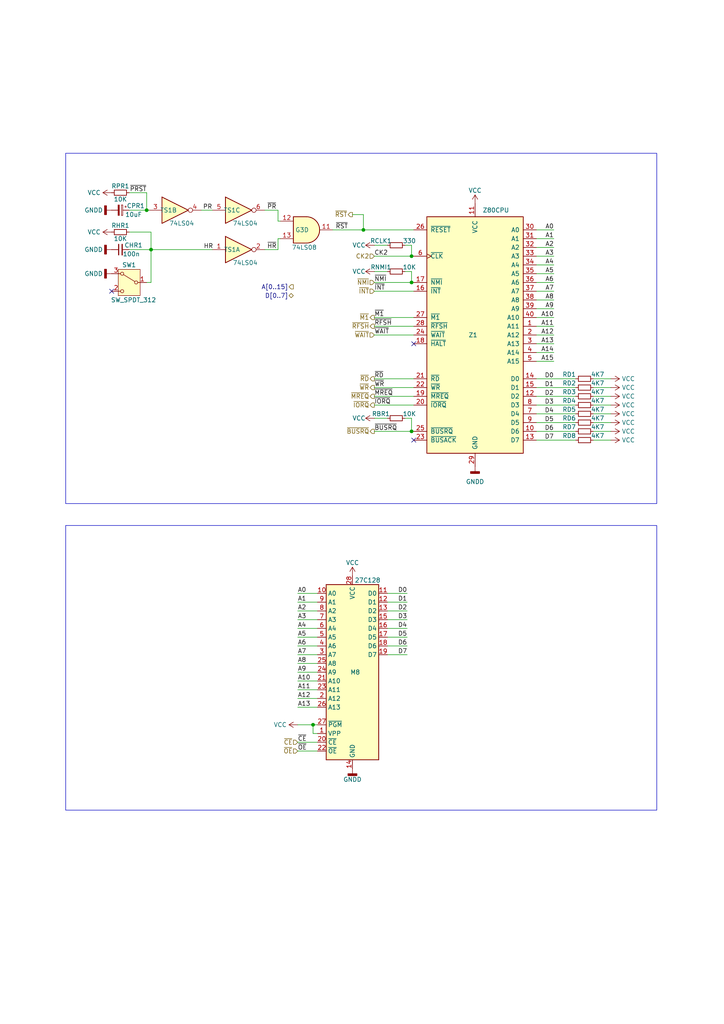
<source format=kicad_sch>
(kicad_sch (version 20231120) (generator "eeschema") (generator_version "8.0")
  (paper "A4" portrait)
  (title_block (title "Turbo Spectrum ( CoBra 2 ) ") (company "© 2022 The Cismas Foundation"))
  (lib_symbols
    (symbol "74xx:74LS04"
      (property "Reference" "U" (at 0 1.27 0))
      (property "Value" "74LS04" (at 0 -1.27 0))
      (symbol "74LS04_1_0"
        (polyline (pts (xy -3.81 3.81) (xy -3.81 -3.81) (xy 3.81 0) (xy -3.81 3.81)) (stroke (width 0.254)) (fill (type background)))
        (pin input line (at -7.62 0 0) (length 3.81) (name "~") (number "1"))
        (pin output inverted (at 7.62 0 180) (length 3.81) (name "~") (number "2"))
      )
      (symbol "74LS04_2_0"
        (polyline (pts (xy -3.81 3.81) (xy -3.81 -3.81) (xy 3.81 0) (xy -3.81 3.81)) (stroke (width 0.254)) (fill (type background)))
        (pin input line (at -7.62 0 0) (length 3.81) (name "~") (number "3"))
        (pin output inverted (at 7.62 0 180) (length 3.81) (name "~") (number "4"))
      )
      (symbol "74LS04_3_0"
        (polyline (pts (xy -3.81 3.81) (xy -3.81 -3.81) (xy 3.81 0) (xy -3.81 3.81)) (stroke (width 0.254)) (fill (type background)))
        (pin input line (at -7.62 0 0) (length 3.81) (name "~") (number "5"))
        (pin output inverted (at 7.62 0 180) (length 3.81) (name "~") (number "6"))
      )
      (symbol "74LS04_4_0"
        (polyline (pts (xy -3.81 3.81) (xy -3.81 -3.81) (xy 3.81 0) (xy -3.81 3.81)) (stroke (width 0.254)) (fill (type background)))
        (pin output inverted (at 7.62 0 180) (length 3.81) (name "~") (number "8"))
        (pin input line (at -7.62 0 0) (length 3.81) (name "~") (number "9"))
      )
      (symbol "74LS04_5_0"
        (polyline (pts (xy -3.81 3.81) (xy -3.81 -3.81) (xy 3.81 0) (xy -3.81 3.81)) (stroke (width 0.254)) (fill (type background)))
        (pin output inverted (at 7.62 0 180) (length 3.81) (name "~") (number "10"))
        (pin input line (at -7.62 0 0) (length 3.81) (name "~") (number "11"))
      )
      (symbol "74LS04_6_0"
        (polyline (pts (xy -3.81 3.81) (xy -3.81 -3.81) (xy 3.81 0) (xy -3.81 3.81)) (stroke (width 0.254)) (fill (type background)))
        (pin output inverted (at 7.62 0 180) (length 3.81) (name "~") (number "12"))
        (pin input line (at -7.62 0 0) (length 3.81) (name "~") (number "13"))
      )
      (symbol "74LS04_7_0"
        (pin power_in line (at 0 12.7 270) (length 5.08) (name "VCC") (number "14"))
        (pin power_in line (at 0 -12.7 90) (length 5.08) (name "GND") (number "7"))
      )
      (symbol "74LS04_7_1"
        (rectangle (start -5.08 7.62) (end 5.08 -7.62) (stroke (width 0.254)) (fill (type background)))
      )
    )
    (symbol "74xx:74LS08" (pin_names (offset 1.016))
      (property "Reference" "U" (at 0 1.27 0))
      (property "Value" "74LS08" (at 0 -1.27 0))
      (symbol "74LS08_1_1"
        (arc (start 0 -3.81) (mid 3.7934 0) (end 0 3.81) (stroke (width 0.254)) (fill (type background)))
        (polyline (pts (xy 0 3.81) (xy -3.81 3.81) (xy -3.81 -3.81) (xy 0 -3.81)) (stroke (width 0.254)) (fill (type background)))
        (pin input line (at -7.62 2.54 0) (length 3.81) (name "~") (number "1"))
        (pin input line (at -7.62 -2.54 0) (length 3.81) (name "~") (number "2"))
        (pin output line (at 7.62 0 180) (length 3.81) (name "~") (number "3"))
      )
      (symbol "74LS08_1_2"
        (arc (start -3.81 -3.81) (mid -2.589 0) (end -3.81 3.81) (stroke (width 0.254)))
        (arc (start -0.6096 -3.81) (mid 2.1842 -2.5851) (end 3.81 0) (stroke (width 0.254)) (fill (type background)))
        (polyline (pts (xy -3.81 -3.81) (xy -0.635 -3.81)) (stroke (width 0.254)) (fill (type background)))
        (polyline (pts (xy -3.81 3.81) (xy -0.635 3.81)) (stroke (width 0.254)) (fill (type background)))
        (polyline (pts (xy -0.635 3.81) (xy -3.81 3.81) (xy -3.81 3.81) (xy -3.556 3.4036) (xy -3.0226 2.2606) (xy -2.6924 1.0414) (xy -2.6162 -0.254) (xy -2.7686 -1.4986) (xy -3.175 -2.7178) (xy -3.81 -3.81) (xy -3.81 -3.81) (xy -0.635 -3.81)) (stroke (width -25.4)) (fill (type background)))
        (arc (start 3.81 0) (mid 2.1915 2.5936) (end -0.6096 3.81) (stroke (width 0.254)) (fill (type background)))
        (pin input inverted (at -7.62 2.54 0) (length 4.318) (name "~") (number "1"))
        (pin input inverted (at -7.62 -2.54 0) (length 4.318) (name "~") (number "2"))
        (pin output inverted (at 7.62 0 180) (length 3.81) (name "~") (number "3"))
      )
      (symbol "74LS08_2_1"
        (arc (start 0 -3.81) (mid 3.7934 0) (end 0 3.81) (stroke (width 0.254)) (fill (type background)))
        (polyline (pts (xy 0 3.81) (xy -3.81 3.81) (xy -3.81 -3.81) (xy 0 -3.81)) (stroke (width 0.254)) (fill (type background)))
        (pin input line (at -7.62 2.54 0) (length 3.81) (name "~") (number "4"))
        (pin input line (at -7.62 -2.54 0) (length 3.81) (name "~") (number "5"))
        (pin output line (at 7.62 0 180) (length 3.81) (name "~") (number "6"))
      )
      (symbol "74LS08_2_2"
        (arc (start -3.81 -3.81) (mid -2.589 0) (end -3.81 3.81) (stroke (width 0.254)))
        (arc (start -0.6096 -3.81) (mid 2.1842 -2.5851) (end 3.81 0) (stroke (width 0.254)) (fill (type background)))
        (polyline (pts (xy -3.81 -3.81) (xy -0.635 -3.81)) (stroke (width 0.254)) (fill (type background)))
        (polyline (pts (xy -3.81 3.81) (xy -0.635 3.81)) (stroke (width 0.254)) (fill (type background)))
        (polyline (pts (xy -0.635 3.81) (xy -3.81 3.81) (xy -3.81 3.81) (xy -3.556 3.4036) (xy -3.0226 2.2606) (xy -2.6924 1.0414) (xy -2.6162 -0.254) (xy -2.7686 -1.4986) (xy -3.175 -2.7178) (xy -3.81 -3.81) (xy -3.81 -3.81) (xy -0.635 -3.81)) (stroke (width -25.4)) (fill (type background)))
        (arc (start 3.81 0) (mid 2.1915 2.5936) (end -0.6096 3.81) (stroke (width 0.254)) (fill (type background)))
        (pin input inverted (at -7.62 2.54 0) (length 4.318) (name "~") (number "4"))
        (pin input inverted (at -7.62 -2.54 0) (length 4.318) (name "~") (number "5"))
        (pin output inverted (at 7.62 0 180) (length 3.81) (name "~") (number "6"))
      )
      (symbol "74LS08_3_1"
        (arc (start 0 -3.81) (mid 3.7934 0) (end 0 3.81) (stroke (width 0.254)) (fill (type background)))
        (polyline (pts (xy 0 3.81) (xy -3.81 3.81) (xy -3.81 -3.81) (xy 0 -3.81)) (stroke (width 0.254)) (fill (type background)))
        (pin input line (at -7.62 -2.54 0) (length 3.81) (name "~") (number "10"))
        (pin output line (at 7.62 0 180) (length 3.81) (name "~") (number "8"))
        (pin input line (at -7.62 2.54 0) (length 3.81) (name "~") (number "9"))
      )
      (symbol "74LS08_3_2"
        (arc (start -3.81 -3.81) (mid -2.589 0) (end -3.81 3.81) (stroke (width 0.254)))
        (arc (start -0.6096 -3.81) (mid 2.1842 -2.5851) (end 3.81 0) (stroke (width 0.254)) (fill (type background)))
        (polyline (pts (xy -3.81 -3.81) (xy -0.635 -3.81)) (stroke (width 0.254)) (fill (type background)))
        (polyline (pts (xy -3.81 3.81) (xy -0.635 3.81)) (stroke (width 0.254)) (fill (type background)))
        (polyline (pts (xy -0.635 3.81) (xy -3.81 3.81) (xy -3.81 3.81) (xy -3.556 3.4036) (xy -3.0226 2.2606) (xy -2.6924 1.0414) (xy -2.6162 -0.254) (xy -2.7686 -1.4986) (xy -3.175 -2.7178) (xy -3.81 -3.81) (xy -3.81 -3.81) (xy -0.635 -3.81)) (stroke (width -25.4)) (fill (type background)))
        (arc (start 3.81 0) (mid 2.1915 2.5936) (end -0.6096 3.81) (stroke (width 0.254)) (fill (type background)))
        (pin input inverted (at -7.62 -2.54 0) (length 4.318) (name "~") (number "10"))
        (pin output inverted (at 7.62 0 180) (length 3.81) (name "~") (number "8"))
        (pin input inverted (at -7.62 2.54 0) (length 4.318) (name "~") (number "9"))
      )
      (symbol "74LS08_4_1"
        (arc (start 0 -3.81) (mid 3.7934 0) (end 0 3.81) (stroke (width 0.254)) (fill (type background)))
        (polyline (pts (xy 0 3.81) (xy -3.81 3.81) (xy -3.81 -3.81) (xy 0 -3.81)) (stroke (width 0.254)) (fill (type background)))
        (pin output line (at 7.62 0 180) (length 3.81) (name "~") (number "11"))
        (pin input line (at -7.62 2.54 0) (length 3.81) (name "~") (number "12"))
        (pin input line (at -7.62 -2.54 0) (length 3.81) (name "~") (number "13"))
      )
      (symbol "74LS08_4_2"
        (arc (start -3.81 -3.81) (mid -2.589 0) (end -3.81 3.81) (stroke (width 0.254)))
        (arc (start -0.6096 -3.81) (mid 2.1842 -2.5851) (end 3.81 0) (stroke (width 0.254)) (fill (type background)))
        (polyline (pts (xy -3.81 -3.81) (xy -0.635 -3.81)) (stroke (width 0.254)) (fill (type background)))
        (polyline (pts (xy -3.81 3.81) (xy -0.635 3.81)) (stroke (width 0.254)) (fill (type background)))
        (polyline (pts (xy -0.635 3.81) (xy -3.81 3.81) (xy -3.81 3.81) (xy -3.556 3.4036) (xy -3.0226 2.2606) (xy -2.6924 1.0414) (xy -2.6162 -0.254) (xy -2.7686 -1.4986) (xy -3.175 -2.7178) (xy -3.81 -3.81) (xy -3.81 -3.81) (xy -0.635 -3.81)) (stroke (width -25.4)) (fill (type background)))
        (arc (start 3.81 0) (mid 2.1915 2.5936) (end -0.6096 3.81) (stroke (width 0.254)) (fill (type background)))
        (pin output inverted (at 7.62 0 180) (length 3.81) (name "~") (number "11"))
        (pin input inverted (at -7.62 2.54 0) (length 4.318) (name "~") (number "12"))
        (pin input inverted (at -7.62 -2.54 0) (length 4.318) (name "~") (number "13"))
      )
      (symbol "74LS08_5_0"
        (pin power_in line (at 0 12.7 270) (length 5.08) (name "VCC") (number "14"))
        (pin power_in line (at 0 -12.7 90) (length 5.08) (name "GND") (number "7"))
      )
      (symbol "74LS08_5_1"
        (rectangle (start -5.08 7.62) (end 5.08 -7.62) (stroke (width 0.254)) (fill (type background)))
      )
    )
    (symbol "CPU:Z80CPU" (pin_names (offset 1.016))
      (property "Reference" "U" (at -13.97 35.56 0))
      (property "Value" "Z80CPU" (at 6.35 35.56 0))
      (symbol "Z80CPU_0_1"
        (rectangle (start -13.97 34.29) (end 13.97 -34.29) (stroke (width 0.254)) (fill (type background)))
      )
      (symbol "Z80CPU_1_1"
        (pin output line (at 17.78 2.54 180) (length 3.81) (name "A11") (number "1"))
        (pin bidirectional line (at 17.78 -27.94 180) (length 3.81) (name "D6") (number "10"))
        (pin power_in line (at 0 38.1 270) (length 3.81) (name "VCC") (number "11"))
        (pin bidirectional line (at 17.78 -17.78 180) (length 3.81) (name "D2") (number "12"))
        (pin bidirectional line (at 17.78 -30.48 180) (length 3.81) (name "D7") (number "13"))
        (pin bidirectional line (at 17.78 -12.7 180) (length 3.81) (name "D0") (number "14"))
        (pin bidirectional line (at 17.78 -15.24 180) (length 3.81) (name "D1") (number "15"))
        (pin input line (at -17.78 12.7 0) (length 3.81) (name "~{INT}") (number "16"))
        (pin input line (at -17.78 15.24 0) (length 3.81) (name "~{NMI}") (number "17"))
        (pin output line (at -17.78 -2.54 0) (length 3.81) (name "~{HALT}") (number "18"))
        (pin output line (at -17.78 -17.78 0) (length 3.81) (name "~{MREQ}") (number "19"))
        (pin output line (at 17.78 0 180) (length 3.81) (name "A12") (number "2"))
        (pin output line (at -17.78 -20.32 0) (length 3.81) (name "~{IORQ}") (number "20"))
        (pin output line (at -17.78 -12.7 0) (length 3.81) (name "~{RD}") (number "21"))
        (pin output line (at -17.78 -15.24 0) (length 3.81) (name "~{WR}") (number "22"))
        (pin output line (at -17.78 -30.48 0) (length 3.81) (name "~{BUSACK}") (number "23"))
        (pin input line (at -17.78 0 0) (length 3.81) (name "~{WAIT}") (number "24"))
        (pin input line (at -17.78 -27.94 0) (length 3.81) (name "~{BUSRQ}") (number "25"))
        (pin input line (at -17.78 30.48 0) (length 3.81) (name "~{RESET}") (number "26"))
        (pin output line (at -17.78 5.08 0) (length 3.81) (name "~{M1}") (number "27"))
        (pin output line (at -17.78 2.54 0) (length 3.81) (name "~{RFSH}") (number "28"))
        (pin power_in line (at 0 -38.1 90) (length 3.81) (name "GND") (number "29"))
        (pin output line (at 17.78 -2.54 180) (length 3.81) (name "A13") (number "3"))
        (pin output line (at 17.78 30.48 180) (length 3.81) (name "A0") (number "30"))
        (pin output line (at 17.78 27.94 180) (length 3.81) (name "A1") (number "31"))
        (pin output line (at 17.78 25.4 180) (length 3.81) (name "A2") (number "32"))
        (pin output line (at 17.78 22.86 180) (length 3.81) (name "A3") (number "33"))
        (pin output line (at 17.78 20.32 180) (length 3.81) (name "A4") (number "34"))
        (pin output line (at 17.78 17.78 180) (length 3.81) (name "A5") (number "35"))
        (pin output line (at 17.78 15.24 180) (length 3.81) (name "A6") (number "36"))
        (pin output line (at 17.78 12.7 180) (length 3.81) (name "A7") (number "37"))
        (pin output line (at 17.78 10.16 180) (length 3.81) (name "A8") (number "38"))
        (pin output line (at 17.78 7.62 180) (length 3.81) (name "A9") (number "39"))
        (pin output line (at 17.78 -5.08 180) (length 3.81) (name "A14") (number "4"))
        (pin output line (at 17.78 5.08 180) (length 3.81) (name "A10") (number "40"))
        (pin output line (at 17.78 -7.62 180) (length 3.81) (name "A15") (number "5"))
        (pin input clock (at -17.78 22.86 0) (length 3.81) (name "~{CLK}") (number "6"))
        (pin bidirectional line (at 17.78 -22.86 180) (length 3.81) (name "D4") (number "7"))
        (pin bidirectional line (at 17.78 -20.32 180) (length 3.81) (name "D3") (number "8"))
        (pin bidirectional line (at 17.78 -25.4 180) (length 3.81) (name "D5") (number "9"))
      )
    )
    (symbol "Device:C_Polarized_Small" (pin_numbers hide) (pin_names (offset 0.254) hide)
      (property "Reference" "C" (at 0.254 1.778 0))
      (property "Value" "C_Polarized_Small" (at 0.254 -2.032 0))
      (symbol "C_Polarized_Small_0_1"
        (rectangle (start -1.524 -0.3048) (end 1.524 -0.6858) (fill (type outline)))
        (rectangle (start -1.524 0.6858) (end 1.524 0.3048))
        (polyline (pts (xy -1.27 1.524) (xy -0.762 1.524)))
        (polyline (pts (xy -1.016 1.27) (xy -1.016 1.778)))
      )
      (symbol "C_Polarized_Small_1_1"
        (pin passive line (at 0 2.54 270) (length 1.8542) (name "~") (number "1"))
        (pin passive line (at 0 -2.54 90) (length 1.8542) (name "~") (number "2"))
      )
    )
    (symbol "Device:C_Small" (pin_numbers hide) (pin_names (offset 0.254) hide)
      (property "Reference" "C" (at 0.254 1.778 0))
      (property "Value" "C_Small" (at 0.254 -2.032 0))
      (symbol "C_Small_0_1"
        (polyline (pts (xy -1.524 -0.508) (xy 1.524 -0.508)) (stroke (width 0.3302)))
        (polyline (pts (xy -1.524 0.508) (xy 1.524 0.508)) (stroke (width 0.3048)))
      )
      (symbol "C_Small_1_1"
        (pin passive line (at 0 2.54 270) (length 2.032) (name "~") (number "1"))
        (pin passive line (at 0 -2.54 90) (length 2.032) (name "~") (number "2"))
      )
    )
    (symbol "Device:R_Small" (pin_numbers hide) (pin_names (offset 0.254) hide)
      (property "Reference" "R" (at 0.762 0.508 0))
      (property "Value" "R_Small" (at 0.762 -1.016 0))
      (symbol "R_Small_0_1"
        (rectangle (start -0.762 1.778) (end 0.762 -1.778) (stroke (width 0.2032)))
      )
      (symbol "R_Small_1_1"
        (pin passive line (at 0 2.54 270) (length 0.762) (name "~") (number "1"))
        (pin passive line (at 0 -2.54 90) (length 0.762) (name "~") (number "2"))
      )
    )
    (symbol "Memory_EPROM:27C128"
      (property "Reference" "U" (at -7.62 26.67 0))
      (property "Value" "27C128" (at 2.54 -26.67 0))
      (symbol "27C128_1_1"
        (rectangle (start -7.62 25.4) (end 7.62 -25.4) (stroke (width 0.254)) (fill (type background)))
        (pin input line (at -10.16 -17.78 0) (length 2.54) (name "VPP") (number "1"))
        (pin input line (at -10.16 22.86 0) (length 2.54) (name "A0") (number "10"))
        (pin tri_state line (at 10.16 22.86 180) (length 2.54) (name "D0") (number "11"))
        (pin tri_state line (at 10.16 20.32 180) (length 2.54) (name "D1") (number "12"))
        (pin tri_state line (at 10.16 17.78 180) (length 2.54) (name "D2") (number "13"))
        (pin power_in line (at 0 -27.94 90) (length 2.54) (name "GND") (number "14"))
        (pin tri_state line (at 10.16 15.24 180) (length 2.54) (name "D3") (number "15"))
        (pin tri_state line (at 10.16 12.7 180) (length 2.54) (name "D4") (number "16"))
        (pin tri_state line (at 10.16 10.16 180) (length 2.54) (name "D5") (number "17"))
        (pin tri_state line (at 10.16 7.62 180) (length 2.54) (name "D6") (number "18"))
        (pin tri_state line (at 10.16 5.08 180) (length 2.54) (name "D7") (number "19"))
        (pin input line (at -10.16 -7.62 0) (length 2.54) (name "A12") (number "2"))
        (pin input line (at -10.16 -20.32 0) (length 2.54) (name "~{CE}") (number "20"))
        (pin input line (at -10.16 -2.54 0) (length 2.54) (name "A10") (number "21"))
        (pin input line (at -10.16 -22.86 0) (length 2.54) (name "~{OE}") (number "22"))
        (pin input line (at -10.16 -5.08 0) (length 2.54) (name "A11") (number "23"))
        (pin input line (at -10.16 0 0) (length 2.54) (name "A9") (number "24"))
        (pin input line (at -10.16 2.54 0) (length 2.54) (name "A8") (number "25"))
        (pin input line (at -10.16 -10.16 0) (length 2.54) (name "A13") (number "26"))
        (pin input line (at -10.16 -15.24 0) (length 2.54) (name "~{PGM}") (number "27"))
        (pin power_in line (at 0 27.94 270) (length 2.54) (name "VCC") (number "28"))
        (pin input line (at -10.16 5.08 0) (length 2.54) (name "A7") (number "3"))
        (pin input line (at -10.16 7.62 0) (length 2.54) (name "A6") (number "4"))
        (pin input line (at -10.16 10.16 0) (length 2.54) (name "A5") (number "5"))
        (pin input line (at -10.16 12.7 0) (length 2.54) (name "A4") (number "6"))
        (pin input line (at -10.16 15.24 0) (length 2.54) (name "A3") (number "7"))
        (pin input line (at -10.16 17.78 0) (length 2.54) (name "A2") (number "8"))
        (pin input line (at -10.16 20.32 0) (length 2.54) (name "A1") (number "9"))
      )
    )
    (symbol "Switch:SW_SPDT_312" (pin_names (offset 1) hide)
      (property "Reference" "SW" (at 0 5.08 0))
      (property "Value" "SW_SPDT_312" (at 0 -5.08 0))
      (symbol "SW_SPDT_312_0_1"
        (circle (center -2.032 0) (radius 0.4572))
        (polyline (pts (xy -1.651 0.254) (xy 1.651 2.286)))
        (circle (center 2.032 -2.54) (radius 0.4572))
        (circle (center 2.032 2.54) (radius 0.4572))
      )
      (symbol "SW_SPDT_312_1_1"
        (rectangle (start -3.175 3.81) (end 3.175 -3.81) (fill (type background)))
        (pin passive line (at -5.08 0 0) (length 2.54) (name "B") (number "1"))
        (pin passive line (at 5.08 -2.54 180) (length 2.54) (name "C") (number "2"))
        (pin passive line (at 5.08 2.54 180) (length 2.54) (name "A") (number "3"))
      )
    )
    (symbol "power:GNDD" (power) (pin_numbers hide) (pin_names (offset 0) hide)
      (property "Value" "GNDD" (at 0 -3.175 0))
      (symbol "GNDD_0_1"
        (rectangle (start -1.27 -1.524) (end 1.27 -2.032) (stroke (width 0.254)) (fill (type outline)))
        (polyline (pts (xy 0 0) (xy 0 -1.524)))
      )
      (symbol "GNDD_1_1"
        (pin power_in line (at 0 0 270) (length 0) (name "~") (number "1"))
      )
    )
    (symbol "power:VCC" (power) (pin_numbers hide) (pin_names (offset 0) hide)
      (property "Value" "VCC" (at 0 3.556 0))
      (symbol "VCC_0_1"
        (polyline (pts (xy -0.762 1.27) (xy 0 2.54)))
        (polyline (pts (xy 0 0) (xy 0 2.54)))
        (polyline (pts (xy 0 2.54) (xy 0.762 1.27)))
      )
      (symbol "VCC_1_1"
        (pin power_in line (at 0 0 90) (length 0) (name "~") (number "1"))
      )
    )
  )
  (junction (at 119.38 74.295))
  (junction (at 105.41 66.675))
  (junction (at 119.38 81.915))
  (junction (at 42.545 60.96))
  (junction (at 90.805 210.185))
  (junction (at 43.815 72.39))
  (junction (at 119.38 125.095))
  (no_connect (at 120.015 99.695))
  (no_connect (at 32.385 84.455))
  (no_connect (at 120.015 127.635))
  (wire (pts (xy 80.645 69.215) (xy 80.645 72.39)))
  (wire (pts (xy 172.085 109.855) (xy 177.165 109.855)))
  (wire (pts (xy 108.585 92.075) (xy 120.015 92.075)))
  (wire (pts (xy 86.36 192.405) (xy 92.075 192.405)))
  (wire (pts (xy 155.575 120.015) (xy 167.005 120.015)))
  (wire (pts (xy 105.41 66.675) (xy 120.015 66.675)))
  (wire (pts (xy 86.36 217.805) (xy 92.075 217.805)))
  (wire (pts (xy 86.36 210.185) (xy 90.805 210.185)))
  (wire (pts (xy 119.38 71.12) (xy 119.38 74.295)))
  (wire (pts (xy 155.575 69.215) (xy 160.655 69.215)))
  (wire (pts (xy 86.36 179.705) (xy 92.075 179.705)))
  (wire (pts (xy 90.805 212.725) (xy 92.075 212.725)))
  (wire (pts (xy 102.235 62.23) (xy 105.41 62.23)))
  (wire (pts (xy 112.395 179.705) (xy 118.11 179.705)))
  (wire (pts (xy 81.28 64.135) (xy 80.645 64.135)))
  (wire (pts (xy 86.36 197.485) (xy 92.075 197.485)))
  (wire (pts (xy 42.545 60.96) (xy 37.465 60.96)))
  (wire (pts (xy 155.575 97.155) (xy 160.655 97.155)))
  (wire (pts (xy 86.36 172.085) (xy 92.075 172.085)))
  (wire (pts (xy 90.805 210.185) (xy 90.805 212.725)))
  (wire (pts (xy 81.28 69.215) (xy 80.645 69.215)))
  (wire (pts (xy 43.815 72.39) (xy 61.595 72.39)))
  (wire (pts (xy 155.575 76.835) (xy 160.655 76.835)))
  (wire (pts (xy 112.395 184.785) (xy 118.11 184.785)))
  (wire (pts (xy 86.36 205.105) (xy 92.075 205.105)))
  (wire (pts (xy 155.575 112.395) (xy 167.005 112.395)))
  (wire (pts (xy 108.585 125.095) (xy 119.38 125.095)))
  (wire (pts (xy 155.575 66.675) (xy 160.655 66.675)))
  (wire (pts (xy 119.38 125.095) (xy 120.015 125.095)))
  (wire (pts (xy 155.575 102.235) (xy 160.655 102.235)))
  (wire (pts (xy 43.815 81.915) (xy 43.815 72.39)))
  (wire (pts (xy 86.36 189.865) (xy 92.075 189.865)))
  (wire (pts (xy 108.585 78.74) (xy 112.395 78.74)))
  (wire (pts (xy 112.395 177.165) (xy 118.11 177.165)))
  (wire (pts (xy 112.395 174.625) (xy 118.11 174.625)))
  (wire (pts (xy 117.475 121.285) (xy 119.38 121.285)))
  (wire (pts (xy 108.585 74.295) (xy 119.38 74.295)))
  (wire (pts (xy 86.36 184.785) (xy 92.075 184.785)))
  (wire (pts (xy 96.52 66.675) (xy 105.41 66.675)))
  (wire (pts (xy 155.575 92.075) (xy 160.655 92.075)))
  (wire (pts (xy 119.38 78.74) (xy 119.38 81.915)))
  (wire (pts (xy 42.545 81.915) (xy 43.815 81.915)))
  (wire (pts (xy 76.835 60.96) (xy 80.645 60.96)))
  (wire (pts (xy 108.585 94.615) (xy 120.015 94.615)))
  (wire (pts (xy 155.575 104.775) (xy 160.655 104.775)))
  (wire (pts (xy 90.805 210.185) (xy 92.075 210.185)))
  (wire (pts (xy 155.575 74.295) (xy 160.655 74.295)))
  (wire (pts (xy 37.465 55.88) (xy 42.545 55.88)))
  (wire (pts (xy 155.575 114.935) (xy 167.005 114.935)))
  (wire (pts (xy 42.545 55.88) (xy 42.545 60.96)))
  (wire (pts (xy 86.36 182.245) (xy 92.075 182.245)))
  (wire (pts (xy 155.575 99.695) (xy 160.655 99.695)))
  (wire (pts (xy 155.575 71.755) (xy 160.655 71.755)))
  (wire (pts (xy 172.085 112.395) (xy 177.165 112.395)))
  (wire (pts (xy 86.36 187.325) (xy 92.075 187.325)))
  (wire (pts (xy 86.36 215.265) (xy 92.075 215.265)))
  (wire (pts (xy 105.41 62.23) (xy 105.41 66.675)))
  (wire (pts (xy 43.815 72.39) (xy 37.465 72.39)))
  (wire (pts (xy 117.475 71.12) (xy 119.38 71.12)))
  (wire (pts (xy 108.585 121.285) (xy 112.395 121.285)))
  (wire (pts (xy 155.575 122.555) (xy 167.005 122.555)))
  (wire (pts (xy 155.575 84.455) (xy 160.655 84.455)))
  (wire (pts (xy 155.575 109.855) (xy 167.005 109.855)))
  (wire (pts (xy 155.575 117.475) (xy 167.005 117.475)))
  (wire (pts (xy 155.575 86.995) (xy 160.655 86.995)))
  (wire (pts (xy 86.36 194.945) (xy 92.075 194.945)))
  (wire (pts (xy 172.085 117.475) (xy 177.165 117.475)))
  (wire (pts (xy 172.085 122.555) (xy 177.165 122.555)))
  (wire (pts (xy 43.815 67.31) (xy 43.815 72.39)))
  (wire (pts (xy 172.085 127.635) (xy 177.165 127.635)))
  (wire (pts (xy 37.465 67.31) (xy 43.815 67.31)))
  (wire (pts (xy 155.575 127.635) (xy 167.005 127.635)))
  (wire (pts (xy 108.585 112.395) (xy 120.015 112.395)))
  (wire (pts (xy 172.085 114.935) (xy 177.165 114.935)))
  (wire (pts (xy 108.585 109.855) (xy 120.015 109.855)))
  (wire (pts (xy 155.575 89.535) (xy 160.655 89.535)))
  (wire (pts (xy 108.585 81.915) (xy 119.38 81.915)))
  (wire (pts (xy 155.575 81.915) (xy 160.655 81.915)))
  (wire (pts (xy 155.575 79.375) (xy 160.655 79.375)))
  (wire (pts (xy 112.395 182.245) (xy 118.11 182.245)))
  (wire (pts (xy 86.36 200.025) (xy 92.075 200.025)))
  (wire (pts (xy 108.585 114.935) (xy 120.015 114.935)))
  (wire (pts (xy 119.38 121.285) (xy 119.38 125.095)))
  (wire (pts (xy 108.585 84.455) (xy 120.015 84.455)))
  (wire (pts (xy 86.36 202.565) (xy 92.075 202.565)))
  (wire (pts (xy 172.085 120.015) (xy 177.165 120.015)))
  (wire (pts (xy 112.395 189.865) (xy 118.11 189.865)))
  (wire (pts (xy 117.475 78.74) (xy 119.38 78.74)))
  (wire (pts (xy 172.085 125.095) (xy 177.165 125.095)))
  (wire (pts (xy 108.585 117.475) (xy 120.015 117.475)))
  (wire (pts (xy 42.545 60.96) (xy 43.18 60.96)))
  (wire (pts (xy 80.645 64.135) (xy 80.645 60.96)))
  (wire (pts (xy 108.585 71.12) (xy 112.395 71.12)))
  (wire (pts (xy 119.38 74.295) (xy 120.015 74.295)))
  (wire (pts (xy 108.585 97.155) (xy 120.015 97.155)))
  (wire (pts (xy 86.36 174.625) (xy 92.075 174.625)))
  (wire (pts (xy 112.395 172.085) (xy 118.11 172.085)))
  (wire (pts (xy 155.575 125.095) (xy 167.005 125.095)))
  (wire (pts (xy 58.42 60.96) (xy 61.595 60.96)))
  (wire (pts (xy 155.575 94.615) (xy 160.655 94.615)))
  (wire (pts (xy 119.38 81.915) (xy 120.015 81.915)))
  (wire (pts (xy 76.835 72.39) (xy 80.645 72.39)))
  (wire (pts (xy 112.395 187.325) (xy 118.11 187.325)))
  (wire (pts (xy 86.36 177.165) (xy 92.075 177.165)))
  (rectangle (start 19.05 44.45) (end 190.5 146.05))
  (rectangle (start 19.05 152.4) (end 190.5 234.95))
  (label "D7" (at 160.655 127.635 180))
  (label "A6" (at 160.655 81.915 180))
  (label "A7" (at 86.36 189.865 0))
  (label "A10" (at 86.36 197.485 0))
  (label "A5" (at 86.36 184.785 0))
  (label "A4" (at 160.655 76.835 180))
  (label "A13" (at 86.36 205.105 0))
  (label "HR" (at 59.055 72.39 0))
  (label "D5" (at 160.655 122.555 180))
  (label "A0" (at 86.36 172.085 0))
  (label "D7" (at 118.11 189.865 180))
  (label "A5" (at 160.655 79.375 180))
  (label "PR" (at 61.595 60.96 180))
  (label "A8" (at 86.36 192.405 0))
  (label "A9" (at 160.655 89.535 180))
  (label "A6" (at 86.36 187.325 0))
  (label "~{IORQ}" (at 108.585 117.475 0))
  (label "A11" (at 160.655 94.615 180))
  (label "CK2" (at 108.585 74.295 0))
  (label "D2" (at 118.11 177.165 180))
  (label "D3" (at 118.11 179.705 180))
  (label "A9" (at 86.36 194.945 0))
  (label "A13" (at 160.655 99.695 180))
  (label "D0" (at 118.11 172.085 180))
  (label "A12" (at 160.655 97.155 180))
  (label "~{PR}" (at 77.47 60.96 0))
  (label "D1" (at 160.655 112.395 180))
  (label "A0" (at 160.655 66.675 180))
  (label "D0" (at 160.655 109.855 180))
  (label "A3" (at 160.655 74.295 180))
  (label "~{MREQ}" (at 108.585 114.935 0))
  (label "~{RST}" (at 100.965 66.675 180))
  (label "~{M1}" (at 108.585 92.075 0))
  (label "D6" (at 118.11 187.325 180))
  (label "A1" (at 86.36 174.625 0))
  (label "~{WR}" (at 108.585 112.395 0))
  (label "D4" (at 160.655 120.015 180))
  (label "~{WAIT}" (at 108.585 97.155 0))
  (label "~{BUSRQ}" (at 108.585 125.095 0))
  (label "A15" (at 160.655 104.775 180))
  (label "A8" (at 160.655 86.995 180))
  (label "D3" (at 160.655 117.475 180))
  (label "~{HR}" (at 77.47 72.39 0))
  (label "A7" (at 160.655 84.455 180))
  (label "~{RFSH}" (at 108.585 94.615 0))
  (label "A2" (at 86.36 177.165 0))
  (label "D4" (at 118.11 182.245 180))
  (label "A12" (at 86.36 202.565 0))
  (label "~{PRST}" (at 42.545 55.88 180))
  (label "~{INT}" (at 108.585 84.455 0))
  (label "D1" (at 118.11 174.625 180))
  (label "A10" (at 160.655 92.075 180))
  (label "A11" (at 86.36 200.025 0))
  (label "D2" (at 160.655 114.935 180))
  (label "A3" (at 86.36 179.705 0))
  (label "~{RD}" (at 108.585 109.855 0))
  (label "~{OE}" (at 86.36 217.805 0))
  (label "A2" (at 160.655 71.755 180))
  (label "A14" (at 160.655 102.235 180))
  (label "D6" (at 160.655 125.095 180))
  (label "~{CE}" (at 86.36 215.265 0))
  (label "A4" (at 86.36 182.245 0))
  (label "A1" (at 160.655 69.215 180))
  (label "D5" (at 118.11 184.785 180))
  (label "~{NMI}" (at 108.585 81.915 0))
  (hierarchical_label "~{OE}" (shape input) (at 86.36 217.805 180))
  (hierarchical_label "~{M1}" (shape output) (at 108.585 92.075 180))
  (hierarchical_label "~{RD}" (shape output) (at 108.585 109.855 180))
  (hierarchical_label "~{RST}" (shape output) (at 102.235 62.23 180))
  (hierarchical_label "~{BUSRQ}" (shape output) (at 108.585 125.095 180))
  (hierarchical_label "~{NMI}" (shape input) (at 108.585 81.915 180))
  (hierarchical_label "~{INT}" (shape input) (at 108.585 84.455 180))
  (hierarchical_label "A[0..15]" (shape output) (at 85.09 83.185 180))
  (hierarchical_label "CK2" (shape input) (at 108.585 74.295 180))
  (hierarchical_label "~{IORQ}" (shape output) (at 108.585 117.475 180))
  (hierarchical_label "~{WAIT}" (shape input) (at 108.585 97.155 180))
  (hierarchical_label "~{RFSH}" (shape output) (at 108.585 94.615 180))
  (hierarchical_label "~{MREQ}" (shape output) (at 108.585 114.935 180))
  (hierarchical_label "D[0..7]" (shape bidirectional) (at 85.09 85.725 180))
  (hierarchical_label "~{WR}" (shape output) (at 108.585 112.395 180))
  (hierarchical_label "~{CE}" (shape input) (at 86.36 215.265 180))
  (symbol (lib_id "Device:R_Small") (at 169.545 109.855 90) (unit 1)
    (property "Reference" "RD1" (at 165.1 108.585 90))
    (property "Value" "4K7" (at 173.355 108.585 90))
    (property "Footprint" "Resistor_THT:R_Axial_DIN0204_L3.6mm_D1.6mm_P7.62mm_Horizontal" (effects (hide yes)))
    (property "Description" "Resistor, small symbol" (effects (hide yes)))
  )
  (symbol (lib_id "power:GNDD") (at 32.385 79.375 270) (unit 1)
    (property "Reference" "#PWR040" (effects (hide yes)))
    (property "Value" "GNDD" (at 29.845 79.375 90) (effects (justify right)))
    (property "Description" "Power symbol creates a global label with name \"GNDD\" , digital ground" (effects (hide yes)))
  )
  (symbol (lib_id "Device:R_Small") (at 169.545 120.015 90) (unit 1)
    (property "Reference" "RD5" (at 165.1 118.745 90))
    (property "Value" "4K7" (at 173.355 118.745 90))
    (property "Footprint" "Resistor_THT:R_Axial_DIN0204_L3.6mm_D1.6mm_P7.62mm_Horizontal" (effects (hide yes)))
    (property "Description" "Resistor, small symbol" (effects (hide yes)))
  )
  (symbol (lib_id "power:VCC") (at 32.385 67.31 90) (unit 1)
    (property "Reference" "#PWR038" (effects (hide yes)))
    (property "Value" "VCC" (at 29.21 67.3099 90) (effects (justify left)))
    (property "Description" "Power symbol creates a global label with name \"VCC\"" (effects (hide yes)))
  )
  (symbol (lib_id "Device:R_Small") (at 34.925 55.88 90) (unit 1)
    (property "Reference" "RPR1" (at 34.925 53.975 90))
    (property "Value" "10K" (at 34.925 57.785 90))
    (property "Footprint" "Resistor_THT:R_Axial_DIN0204_L3.6mm_D1.6mm_P7.62mm_Horizontal" (effects (hide yes)))
    (property "Description" "Resistor, small symbol" (effects (hide yes)))
  )
  (symbol (lib_id "Device:R_Small") (at 169.545 114.935 90) (unit 1)
    (property "Reference" "RD3" (at 165.1 113.665 90))
    (property "Value" "4K7" (at 173.355 113.665 90))
    (property "Footprint" "Resistor_THT:R_Axial_DIN0204_L3.6mm_D1.6mm_P7.62mm_Horizontal" (effects (hide yes)))
    (property "Description" "Resistor, small symbol" (effects (hide yes)))
  )
  (symbol (lib_id "power:VCC") (at 177.165 120.015 270) (unit 1)
    (property "Reference" "#PWR050" (effects (hide yes)))
    (property "Value" "VCC" (at 180.34 120.0149 90) (effects (justify left)))
    (property "Description" "Power symbol creates a global label with name \"VCC\"" (effects (hide yes)))
  )
  (symbol (lib_id "power:VCC") (at 86.36 210.185 90) (unit 1)
    (property "Reference" "#PWR054" (effects (hide yes)))
    (property "Value" "VCC" (at 81.28 210.185 90))
    (property "Description" "Power symbol creates a global label with name \"VCC\"" (effects (hide yes)))
  )
  (symbol (lib_id "power:VCC") (at 108.585 71.12 90) (unit 1)
    (property "Reference" "#PWR041" (effects (hide yes)))
    (property "Value" "VCC" (at 106.045 71.12 90) (effects (justify left)))
    (property "Description" "Power symbol creates a global label with name \"VCC\"" (effects (hide yes)))
  )
  (symbol (lib_id "power:GNDD") (at 137.795 135.255 0) (unit 1)
    (property "Reference" "#PWR045" (effects (hide yes)))
    (property "Value" "GNDD" (at 137.795 139.7 0))
    (property "Description" "Power symbol creates a global label with name \"GNDD\" , digital ground" (effects (hide yes)))
  )
  (symbol (lib_id "power:GNDD") (at 32.385 60.96 270) (unit 1)
    (property "Reference" "#PWR037" (effects (hide yes)))
    (property "Value" "GNDD" (at 29.845 60.96 90) (effects (justify right)))
    (property "Description" "Power symbol creates a global label with name \"GNDD\" , digital ground" (effects (hide yes)))
  )
  (symbol (lib_id "Device:R_Small") (at 114.935 78.74 90) (unit 1)
    (property "Reference" "RNMI1" (at 110.49 77.47 90))
    (property "Value" "10K" (at 118.745 77.47 90))
    (property "Footprint" "Resistor_THT:R_Axial_DIN0204_L3.6mm_D1.6mm_P7.62mm_Horizontal" (effects (hide yes)))
    (property "Description" "Resistor, small symbol" (effects (hide yes)))
  )
  (symbol (lib_id "Device:R_Small") (at 114.935 71.12 90) (unit 1)
    (property "Reference" "RCLK1" (at 110.49 69.85 90))
    (property "Value" "330" (at 118.745 69.85 90))
    (property "Footprint" "Resistor_THT:R_Axial_DIN0204_L3.6mm_D1.6mm_P7.62mm_Horizontal" (effects (hide yes)))
    (property "Description" "Resistor, small symbol" (effects (hide yes)))
  )
  (symbol (lib_id "power:VCC") (at 102.235 167.005 0) (unit 1)
    (property "Reference" "#PWR055" (effects (hide yes)))
    (property "Value" "VCC" (at 102.235 163.195 0))
    (property "Description" "Power symbol creates a global label with name \"VCC\"" (effects (hide yes)))
  )
  (symbol (lib_id "power:VCC") (at 108.585 121.285 90) (unit 1)
    (property "Reference" "#PWR043" (effects (hide yes)))
    (property "Value" "VCC" (at 106.045 121.285 90) (effects (justify left)))
    (property "Description" "Power symbol creates a global label with name \"VCC\"" (effects (hide yes)))
  )
  (symbol (lib_id "Device:C_Polarized_Small") (at 34.925 60.96 270) (unit 1)
    (property "Reference" "CPR1" (at 39.37 59.69 90))
    (property "Value" "10uF" (at 38.735 62.23 90))
    (property "Footprint" "Capacitor_THT:CP_Radial_D5.0mm_P2.00mm" (effects (hide yes)))
    (property "Description" "Polarized capacitor, small symbol" (effects (hide yes)))
  )
  (symbol (lib_id "Device:R_Small") (at 169.545 117.475 90) (unit 1)
    (property "Reference" "RD4" (at 165.1 116.205 90))
    (property "Value" "4K7" (at 173.355 116.205 90))
    (property "Footprint" "Resistor_THT:R_Axial_DIN0204_L3.6mm_D1.6mm_P7.62mm_Horizontal" (effects (hide yes)))
    (property "Description" "Resistor, small symbol" (effects (hide yes)))
  )
  (symbol (lib_id "power:VCC") (at 177.165 112.395 270) (unit 1)
    (property "Reference" "#PWR047" (effects (hide yes)))
    (property "Value" "VCC" (at 180.34 112.3949 90) (effects (justify left)))
    (property "Description" "Power symbol creates a global label with name \"VCC\"" (effects (hide yes)))
  )
  (symbol (lib_id "Device:R_Small") (at 169.545 112.395 90) (unit 1)
    (property "Reference" "RD2" (at 165.1 111.125 90))
    (property "Value" "4K7" (at 173.355 111.125 90))
    (property "Footprint" "Resistor_THT:R_Axial_DIN0204_L3.6mm_D1.6mm_P7.62mm_Horizontal" (effects (hide yes)))
    (property "Description" "Resistor, small symbol" (effects (hide yes)))
  )
  (symbol (lib_id "power:VCC") (at 32.385 55.88 90) (unit 1)
    (property "Reference" "#PWR036" (effects (hide yes)))
    (property "Value" "VCC" (at 29.21 55.8799 90) (effects (justify left)))
    (property "Description" "Power symbol creates a global label with name \"VCC\"" (effects (hide yes)))
  )
  (symbol (lib_id "power:VCC") (at 177.165 127.635 270) (unit 1)
    (property "Reference" "#PWR053" (effects (hide yes)))
    (property "Value" "VCC" (at 180.34 127.6349 90) (effects (justify left)))
    (property "Description" "Power symbol creates a global label with name \"VCC\"" (effects (hide yes)))
  )
  (symbol (lib_id "Device:C_Small") (at 34.925 72.39 90) (unit 1)
    (property "Reference" "CHR1" (at 38.735 71.12 90))
    (property "Value" "100n" (at 38.1 73.66 90))
    (property "Footprint" "Capacitor_THT:C_Disc_D3.0mm_W1.6mm_P2.50mm" (effects (hide yes)))
    (property "Description" "Unpolarized capacitor, small symbol" (effects (hide yes)))
  )
  (symbol (lib_id "74xx:74LS04") (at 69.215 72.39 0) (unit 1)
    (property "Reference" "TS1" (at 67.31 72.39 0))
    (property "Value" "74LS04" (at 71.12 76.2 0))
    (property "Footprint" "Package_DIP:DIP-14_W7.62mm" (effects (hide yes)))
    (property "Datasheet" "http://www.ti.com/lit/gpn/sn74LS04" (effects (hide yes)))
    (property "Description" "Hex Inverter" (effects (hide yes)))
  )
  (symbol (lib_id "power:VCC") (at 108.585 78.74 90) (unit 1)
    (property "Reference" "#PWR042" (effects (hide yes)))
    (property "Value" "VCC" (at 106.045 78.74 90) (effects (justify left)))
    (property "Description" "Power symbol creates a global label with name \"VCC\"" (effects (hide yes)))
  )
  (symbol (lib_id "74xx:74LS04") (at 50.8 60.96 0) (unit 2)
    (property "Reference" "TS1" (at 48.895 60.96 0))
    (property "Value" "74LS04" (at 52.705 64.77 0))
    (property "Footprint" "Package_DIP:DIP-14_W7.62mm" (effects (hide yes)))
    (property "Datasheet" "http://www.ti.com/lit/gpn/sn74LS04" (effects (hide yes)))
    (property "Description" "Hex Inverter" (effects (hide yes)))
  )
  (symbol (lib_id "Device:R_Small") (at 169.545 125.095 90) (unit 1)
    (property "Reference" "RD7" (at 165.1 123.825 90))
    (property "Value" "4K7" (at 173.355 123.825 90))
    (property "Footprint" "Resistor_THT:R_Axial_DIN0204_L3.6mm_D1.6mm_P7.62mm_Horizontal" (effects (hide yes)))
    (property "Description" "Resistor, small symbol" (effects (hide yes)))
  )
  (symbol (lib_id "74xx:74LS04") (at 69.215 60.96 0) (unit 3)
    (property "Reference" "TS1" (at 67.31 60.96 0))
    (property "Value" "74LS04" (at 71.12 64.77 0))
    (property "Footprint" "Package_DIP:DIP-14_W7.62mm" (effects (hide yes)))
    (property "Datasheet" "http://www.ti.com/lit/gpn/sn74LS04" (effects (hide yes)))
    (property "Description" "Hex Inverter" (effects (hide yes)))
  )
  (symbol (lib_id "Device:R_Small") (at 169.545 127.635 90) (unit 1)
    (property "Reference" "RD8" (at 165.1 126.365 90))
    (property "Value" "4K7" (at 173.355 126.365 90))
    (property "Footprint" "Resistor_THT:R_Axial_DIN0204_L3.6mm_D1.6mm_P7.62mm_Horizontal" (effects (hide yes)))
    (property "Description" "Resistor, small symbol" (effects (hide yes)))
  )
  (symbol (lib_id "power:GNDD") (at 32.385 72.39 270) (unit 1)
    (property "Reference" "#PWR039" (effects (hide yes)))
    (property "Value" "GNDD" (at 29.845 72.39 90) (effects (justify right)))
    (property "Description" "Power symbol creates a global label with name \"GNDD\" , digital ground" (effects (hide yes)))
  )
  (symbol (lib_id "power:VCC") (at 177.165 109.855 270) (unit 1)
    (property "Reference" "#PWR046" (effects (hide yes)))
    (property "Value" "VCC" (at 180.34 109.8549 90) (effects (justify left)))
    (property "Description" "Power symbol creates a global label with name \"VCC\"" (effects (hide yes)))
  )
  (symbol (lib_id "power:GNDD") (at 102.235 222.885 0) (unit 1)
    (property "Reference" "#PWR056" (effects (hide yes)))
    (property "Value" "GNDD" (at 102.235 226.06 0))
    (property "Description" "Power symbol creates a global label with name \"GNDD\" , digital ground" (effects (hide yes)))
  )
  (symbol (lib_id "power:VCC") (at 177.165 122.555 270) (unit 1)
    (property "Reference" "#PWR051" (effects (hide yes)))
    (property "Value" "VCC" (at 180.34 122.5549 90) (effects (justify left)))
    (property "Description" "Power symbol creates a global label with name \"VCC\"" (effects (hide yes)))
  )
  (symbol (lib_id "power:VCC") (at 177.165 117.475 270) (unit 1)
    (property "Reference" "#PWR049" (effects (hide yes)))
    (property "Value" "VCC" (at 180.34 117.4749 90) (effects (justify left)))
    (property "Description" "Power symbol creates a global label with name \"VCC\"" (effects (hide yes)))
  )
  (symbol (lib_id "CPU:Z80CPU") (at 137.795 97.155 0) (unit 1)
    (property "Reference" "Z1" (at 135.89 97.155 0) (effects (justify left)))
    (property "Value" "Z80CPU" (at 139.9891 60.96 0) (effects (justify left)))
    (property "Footprint" "Package_DIP:DIP-40_W15.24mm" (effects (hide yes)))
    (property "Datasheet" "www.zilog.com/manage_directlink.php?filepath=docs/z80/um0080" (effects (hide yes)))
    (property "Description" "8-bit General Purpose Microprocessor, DIP-40" (effects (hide yes)))
  )
  (symbol (lib_id "74xx:74LS08") (at 88.9 66.675 0) (unit 4)
    (property "Reference" "G3" (at 87.63 66.675 0))
    (property "Value" "74LS08" (at 88.265 71.755 0))
    (property "Footprint" "Package_DIP:DIP-14_W7.62mm" (effects (hide yes)))
    (property "Datasheet" "http://www.ti.com/lit/gpn/sn74LS08" (effects (hide yes)))
    (property "Description" "Quad And2" (effects (hide yes)))
  )
  (symbol (lib_id "Device:R_Small") (at 34.925 67.31 90) (unit 1)
    (property "Reference" "RHR1" (at 34.925 65.405 90))
    (property "Value" "10K" (at 34.925 69.215 90))
    (property "Footprint" "Resistor_THT:R_Axial_DIN0204_L3.6mm_D1.6mm_P7.62mm_Horizontal" (effects (hide yes)))
    (property "Description" "Resistor, small symbol" (effects (hide yes)))
  )
  (symbol (lib_id "Device:R_Small") (at 169.545 122.555 90) (unit 1)
    (property "Reference" "RD6" (at 165.1 121.285 90))
    (property "Value" "4K7" (at 173.355 121.285 90))
    (property "Footprint" "Resistor_THT:R_Axial_DIN0204_L3.6mm_D1.6mm_P7.62mm_Horizontal" (effects (hide yes)))
    (property "Description" "Resistor, small symbol" (effects (hide yes)))
  )
  (symbol (lib_id "power:VCC") (at 177.165 114.935 270) (unit 1)
    (property "Reference" "#PWR048" (effects (hide yes)))
    (property "Value" "VCC" (at 180.34 114.9349 90) (effects (justify left)))
    (property "Description" "Power symbol creates a global label with name \"VCC\"" (effects (hide yes)))
  )
  (symbol (lib_id "Memory_EPROM:27C128") (at 102.235 194.945 0) (unit 1)
    (property "Reference" "M8" (at 101.6 194.945 0) (effects (justify left)))
    (property "Value" "27C128" (at 102.87 168.275 0) (effects (justify left)))
    (property "Footprint" "Package_DIP:DIP-28_W15.24mm" (effects (hide yes)))
    (property "Datasheet" "http://ww1.microchip.com/downloads/en/devicedoc/11003L.pdf" (effects (hide yes)))
    (property "Description" "OTP EPROM 128 KiBit, [Obsolete 2004-01]" (effects (hide yes)))
  )
  (symbol (lib_id "Switch:SW_SPDT_312") (at 37.465 81.915 0) (mirror y) (unit 1)
    (property "Reference" "SW1" (at 37.465 76.835 0))
    (property "Value" "SW_SPDT_312" (at 38.735 86.995 0))
    (property "Footprint" "Button_Switch_THT:SW_XKB_DM1-16UC-1" (effects (hide yes)))
    (property "Description" "Switch, single pole double throw" (effects (hide yes)))
  )
  (symbol (lib_id "power:VCC") (at 177.165 125.095 270) (unit 1)
    (property "Reference" "#PWR052" (effects (hide yes)))
    (property "Value" "VCC" (at 180.34 125.0949 90) (effects (justify left)))
    (property "Description" "Power symbol creates a global label with name \"VCC\"" (effects (hide yes)))
  )
  (symbol (lib_id "power:VCC") (at 137.795 59.055 0) (unit 1)
    (property "Reference" "#PWR044" (effects (hide yes)))
    (property "Value" "VCC" (at 137.795 55.245 0))
    (property "Description" "Power symbol creates a global label with name \"VCC\"" (effects (hide yes)))
  )
  (symbol (lib_id "Device:R_Small") (at 114.935 121.285 90) (unit 1)
    (property "Reference" "RBR1" (at 110.49 120.015 90))
    (property "Value" "10K" (at 118.745 120.015 90))
    (property "Footprint" "Resistor_THT:R_Axial_DIN0204_L3.6mm_D1.6mm_P7.62mm_Horizontal" (effects (hide yes)))
    (property "Description" "Resistor, small symbol" (effects (hide yes)))
  )
)
</source>
